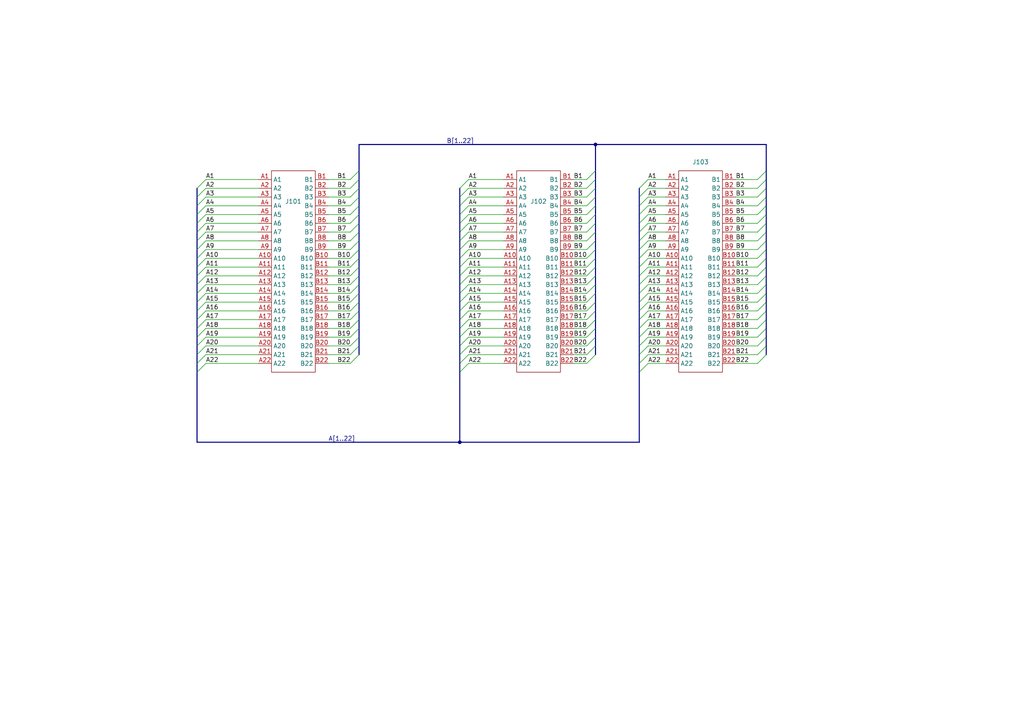
<source format=kicad_sch>
(kicad_sch (version 20231120) (generator "eeschema") (generator_version "8.0")
  (paper "A4")
  (lib_symbols
    (symbol "BoardEdgeConnectors:TE-5530843-4"
      (property "Reference" "J" (at -0.254 30.988 0))
      (symbol "TE-5530843-4_0_1"
        (rectangle (start -6.35 29.21) (end 6.35 -29.21))
      )
      (symbol "TE-5530843-4_1_1"
        (pin unspecified line (at -10.16 26.67 0) (length 3.81) (name "A1") (number "A1"))
        (pin unspecified line (at -10.16 3.81 0) (length 3.81) (name "A10") (number "A10"))
        (pin unspecified line (at -10.16 1.27 0) (length 3.81) (name "A11") (number "A11"))
        (pin unspecified line (at -10.16 -1.27 0) (length 3.81) (name "A12") (number "A12"))
        (pin unspecified line (at -10.16 -3.81 0) (length 3.81) (name "A13") (number "A13"))
        (pin unspecified line (at -10.16 -6.35 0) (length 3.81) (name "A14") (number "A14"))
        (pin unspecified line (at -10.16 -8.89 0) (length 3.81) (name "A15") (number "A15"))
        (pin unspecified line (at -10.16 -11.43 0) (length 3.81) (name "A16") (number "A16"))
        (pin unspecified line (at -10.16 -13.97 0) (length 3.81) (name "A17") (number "A17"))
        (pin unspecified line (at -10.16 -16.51 0) (length 3.81) (name "A18") (number "A18"))
        (pin unspecified line (at -10.16 -19.05 0) (length 3.81) (name "A19") (number "A19"))
        (pin unspecified line (at -10.16 24.13 0) (length 3.81) (name "A2") (number "A2"))
        (pin unspecified line (at -10.16 -21.59 0) (length 3.81) (name "A20") (number "A20"))
        (pin unspecified line (at -10.16 -24.13 0) (length 3.81) (name "A21") (number "A21"))
        (pin unspecified line (at -10.16 -26.67 0) (length 3.81) (name "A22") (number "A22"))
        (pin unspecified line (at -10.16 21.59 0) (length 3.81) (name "A3") (number "A3"))
        (pin unspecified line (at -10.16 19.05 0) (length 3.81) (name "A4") (number "A4"))
        (pin unspecified line (at -10.16 16.51 0) (length 3.81) (name "A5") (number "A5"))
        (pin unspecified line (at -10.16 13.97 0) (length 3.81) (name "A6") (number "A6"))
        (pin unspecified line (at -10.16 11.43 0) (length 3.81) (name "A7") (number "A7"))
        (pin unspecified line (at -10.16 8.89 0) (length 3.81) (name "A8") (number "A8"))
        (pin unspecified line (at -10.16 6.35 0) (length 3.81) (name "A9") (number "A9"))
        (pin unspecified line (at 10.16 26.67 180) (length 3.81) (name "B1") (number "B1"))
        (pin unspecified line (at 10.16 3.81 180) (length 3.81) (name "B10") (number "B10"))
        (pin unspecified line (at 10.16 1.27 180) (length 3.81) (name "B11") (number "B11"))
        (pin unspecified line (at 10.16 -1.27 180) (length 3.81) (name "B12") (number "B12"))
        (pin unspecified line (at 10.16 -3.81 180) (length 3.81) (name "B13") (number "B13"))
        (pin unspecified line (at 10.16 -6.35 180) (length 3.81) (name "B14") (number "B14"))
        (pin unspecified line (at 10.16 -8.89 180) (length 3.81) (name "B15") (number "B15"))
        (pin unspecified line (at 10.16 -11.43 180) (length 3.81) (name "B16") (number "B16"))
        (pin unspecified line (at 10.16 -13.97 180) (length 3.81) (name "B17") (number "B17"))
        (pin unspecified line (at 10.16 -16.51 180) (length 3.81) (name "B18") (number "B18"))
        (pin unspecified line (at 10.16 -19.05 180) (length 3.81) (name "B19") (number "B19"))
        (pin unspecified line (at 10.16 24.13 180) (length 3.81) (name "B2") (number "B2"))
        (pin unspecified line (at 10.16 -21.59 180) (length 3.81) (name "B20") (number "B20"))
        (pin unspecified line (at 10.16 -24.13 180) (length 3.81) (name "B21") (number "B21"))
        (pin unspecified line (at 10.16 -26.67 180) (length 3.81) (name "B22") (number "B22"))
        (pin unspecified line (at 10.16 21.59 180) (length 3.81) (name "B3") (number "B3"))
        (pin unspecified line (at 10.16 19.05 180) (length 3.81) (name "B4") (number "B4"))
        (pin unspecified line (at 10.16 16.51 180) (length 3.81) (name "B5") (number "B5"))
        (pin unspecified line (at 10.16 13.97 180) (length 3.81) (name "B6") (number "B6"))
        (pin unspecified line (at 10.16 11.43 180) (length 3.81) (name "B7") (number "B7"))
        (pin unspecified line (at 10.16 8.89 180) (length 3.81) (name "B8") (number "B8"))
        (pin unspecified line (at 10.16 6.35 180) (length 3.81) (name "B9") (number "B9"))
      )
    )
  )
  (junction (at 133.35 128.27))
  (junction (at 172.72 41.91))
  (bus_entry (at 104.14 59.69) (size -2.54 2.54))
  (bus_entry (at 185.42 85.09) (size 2.54 -2.54))
  (bus_entry (at 185.42 92.71) (size 2.54 -2.54))
  (bus_entry (at 172.72 62.23) (size -2.54 2.54))
  (bus_entry (at 104.14 49.53) (size -2.54 2.54))
  (bus_entry (at 57.15 85.09) (size 2.54 -2.54))
  (bus_entry (at 185.42 82.55) (size 2.54 -2.54))
  (bus_entry (at 222.25 87.63) (size -2.54 2.54))
  (bus_entry (at 133.35 102.87) (size 2.54 -2.54))
  (bus_entry (at 57.15 77.47) (size 2.54 -2.54))
  (bus_entry (at 57.15 92.71) (size 2.54 -2.54))
  (bus_entry (at 104.14 64.77) (size -2.54 2.54))
  (bus_entry (at 185.42 80.01) (size 2.54 -2.54))
  (bus_entry (at 133.35 100.33) (size 2.54 -2.54))
  (bus_entry (at 222.25 64.77) (size -2.54 2.54))
  (bus_entry (at 172.72 69.85) (size -2.54 2.54))
  (bus_entry (at 104.14 57.15) (size -2.54 2.54))
  (bus_entry (at 104.14 87.63) (size -2.54 2.54))
  (bus_entry (at 172.72 102.87) (size -2.54 2.54))
  (bus_entry (at 172.72 54.61) (size -2.54 2.54))
  (bus_entry (at 222.25 85.09) (size -2.54 2.54))
  (bus_entry (at 185.42 74.93) (size 2.54 -2.54))
  (bus_entry (at 133.35 67.31) (size 2.54 -2.54))
  (bus_entry (at 172.72 52.07) (size -2.54 2.54))
  (bus_entry (at 172.72 67.31) (size -2.54 2.54))
  (bus_entry (at 185.42 107.95) (size 2.54 -2.54))
  (bus_entry (at 222.25 80.01) (size -2.54 2.54))
  (bus_entry (at 104.14 67.31) (size -2.54 2.54))
  (bus_entry (at 185.42 72.39) (size 2.54 -2.54))
  (bus_entry (at 104.14 77.47) (size -2.54 2.54))
  (bus_entry (at 104.14 80.01) (size -2.54 2.54))
  (bus_entry (at 133.35 59.69) (size 2.54 -2.54))
  (bus_entry (at 133.35 77.47) (size 2.54 -2.54))
  (bus_entry (at 57.15 64.77) (size 2.54 -2.54))
  (bus_entry (at 172.72 97.79) (size -2.54 2.54))
  (bus_entry (at 222.25 97.79) (size -2.54 2.54))
  (bus_entry (at 133.35 69.85) (size 2.54 -2.54))
  (bus_entry (at 133.35 82.55) (size 2.54 -2.54))
  (bus_entry (at 185.42 102.87) (size 2.54 -2.54))
  (bus_entry (at 222.25 90.17) (size -2.54 2.54))
  (bus_entry (at 185.42 77.47) (size 2.54 -2.54))
  (bus_entry (at 57.15 80.01) (size 2.54 -2.54))
  (bus_entry (at 222.25 54.61) (size -2.54 2.54))
  (bus_entry (at 57.15 95.25) (size 2.54 -2.54))
  (bus_entry (at 133.35 90.17) (size 2.54 -2.54))
  (bus_entry (at 104.14 69.85) (size -2.54 2.54))
  (bus_entry (at 172.72 64.77) (size -2.54 2.54))
  (bus_entry (at 222.25 49.53) (size -2.54 2.54))
  (bus_entry (at 133.35 105.41) (size 2.54 -2.54))
  (bus_entry (at 172.72 87.63) (size -2.54 2.54))
  (bus_entry (at 185.42 67.31) (size 2.54 -2.54))
  (bus_entry (at 104.14 74.93) (size -2.54 2.54))
  (bus_entry (at 172.72 80.01) (size -2.54 2.54))
  (bus_entry (at 133.35 74.93) (size 2.54 -2.54))
  (bus_entry (at 185.42 100.33) (size 2.54 -2.54))
  (bus_entry (at 57.15 107.95) (size 2.54 -2.54))
  (bus_entry (at 222.25 72.39) (size -2.54 2.54))
  (bus_entry (at 185.42 105.41) (size 2.54 -2.54))
  (bus_entry (at 185.42 59.69) (size 2.54 -2.54))
  (bus_entry (at 185.42 64.77) (size 2.54 -2.54))
  (bus_entry (at 104.14 95.25) (size -2.54 2.54))
  (bus_entry (at 57.15 87.63) (size 2.54 -2.54))
  (bus_entry (at 104.14 92.71) (size -2.54 2.54))
  (bus_entry (at 222.25 67.31) (size -2.54 2.54))
  (bus_entry (at 104.14 72.39) (size -2.54 2.54))
  (bus_entry (at 104.14 102.87) (size -2.54 2.54))
  (bus_entry (at 172.72 72.39) (size -2.54 2.54))
  (bus_entry (at 185.42 57.15) (size 2.54 -2.54))
  (bus_entry (at 172.72 74.93) (size -2.54 2.54))
  (bus_entry (at 57.15 100.33) (size 2.54 -2.54))
  (bus_entry (at 172.72 85.09) (size -2.54 2.54))
  (bus_entry (at 133.35 72.39) (size 2.54 -2.54))
  (bus_entry (at 133.35 64.77) (size 2.54 -2.54))
  (bus_entry (at 172.72 90.17) (size -2.54 2.54))
  (bus_entry (at 104.14 85.09) (size -2.54 2.54))
  (bus_entry (at 185.42 69.85) (size 2.54 -2.54))
  (bus_entry (at 133.35 107.95) (size 2.54 -2.54))
  (bus_entry (at 104.14 82.55) (size -2.54 2.54))
  (bus_entry (at 172.72 49.53) (size -2.54 2.54))
  (bus_entry (at 57.15 102.87) (size 2.54 -2.54))
  (bus_entry (at 57.15 90.17) (size 2.54 -2.54))
  (bus_entry (at 222.25 62.23) (size -2.54 2.54))
  (bus_entry (at 57.15 72.39) (size 2.54 -2.54))
  (bus_entry (at 222.25 52.07) (size -2.54 2.54))
  (bus_entry (at 185.42 95.25) (size 2.54 -2.54))
  (bus_entry (at 104.14 90.17) (size -2.54 2.54))
  (bus_entry (at 104.14 97.79) (size -2.54 2.54))
  (bus_entry (at 222.25 100.33) (size -2.54 2.54))
  (bus_entry (at 222.25 69.85) (size -2.54 2.54))
  (bus_entry (at 222.25 74.93) (size -2.54 2.54))
  (bus_entry (at 104.14 52.07) (size -2.54 2.54))
  (bus_entry (at 222.25 82.55) (size -2.54 2.54))
  (bus_entry (at 133.35 95.25) (size 2.54 -2.54))
  (bus_entry (at 104.14 54.61) (size -2.54 2.54))
  (bus_entry (at 104.14 100.33) (size -2.54 2.54))
  (bus_entry (at 172.72 92.71) (size -2.54 2.54))
  (bus_entry (at 133.35 92.71) (size 2.54 -2.54))
  (bus_entry (at 172.72 57.15) (size -2.54 2.54))
  (bus_entry (at 133.35 54.61) (size 2.54 -2.54))
  (bus_entry (at 185.42 90.17) (size 2.54 -2.54))
  (bus_entry (at 57.15 59.69) (size 2.54 -2.54))
  (bus_entry (at 57.15 105.41) (size 2.54 -2.54))
  (bus_entry (at 57.15 69.85) (size 2.54 -2.54))
  (bus_entry (at 185.42 97.79) (size 2.54 -2.54))
  (bus_entry (at 222.25 57.15) (size -2.54 2.54))
  (bus_entry (at 222.25 95.25) (size -2.54 2.54))
  (bus_entry (at 57.15 67.31) (size 2.54 -2.54))
  (bus_entry (at 57.15 82.55) (size 2.54 -2.54))
  (bus_entry (at 57.15 62.23) (size 2.54 -2.54))
  (bus_entry (at 222.25 77.47) (size -2.54 2.54))
  (bus_entry (at 133.35 97.79) (size 2.54 -2.54))
  (bus_entry (at 133.35 57.15) (size 2.54 -2.54))
  (bus_entry (at 133.35 62.23) (size 2.54 -2.54))
  (bus_entry (at 133.35 80.01) (size 2.54 -2.54))
  (bus_entry (at 222.25 102.87) (size -2.54 2.54))
  (bus_entry (at 172.72 100.33) (size -2.54 2.54))
  (bus_entry (at 222.25 59.69) (size -2.54 2.54))
  (bus_entry (at 57.15 97.79) (size 2.54 -2.54))
  (bus_entry (at 57.15 54.61) (size 2.54 -2.54))
  (bus_entry (at 222.25 92.71) (size -2.54 2.54))
  (bus_entry (at 104.14 62.23) (size -2.54 2.54))
  (bus_entry (at 172.72 95.25) (size -2.54 2.54))
  (bus_entry (at 57.15 57.15) (size 2.54 -2.54))
  (bus_entry (at 172.72 77.47) (size -2.54 2.54))
  (bus_entry (at 172.72 59.69) (size -2.54 2.54))
  (bus_entry (at 185.42 54.61) (size 2.54 -2.54))
  (bus_entry (at 133.35 87.63) (size 2.54 -2.54))
  (bus_entry (at 185.42 62.23) (size 2.54 -2.54))
  (bus_entry (at 185.42 87.63) (size 2.54 -2.54))
  (bus_entry (at 57.15 74.93) (size 2.54 -2.54))
  (bus_entry (at 172.72 82.55) (size -2.54 2.54))
  (bus_entry (at 133.35 85.09) (size 2.54 -2.54))
  (wire (pts (xy 95.25 54.61) (xy 101.6 54.61)))
  (wire (pts (xy 135.89 95.25) (xy 146.05 95.25)))
  (bus (pts (xy 172.72 74.93) (xy 172.72 77.47)))
  (bus (pts (xy 222.25 85.09) (xy 222.25 87.63)))
  (wire (pts (xy 59.69 74.93) (xy 74.93 74.93)))
  (wire (pts (xy 213.36 59.69) (xy 219.71 59.69)))
  (bus (pts (xy 133.35 90.17) (xy 133.35 92.71)))
  (bus (pts (xy 133.35 59.69) (xy 133.35 62.23)))
  (bus (pts (xy 172.72 62.23) (xy 172.72 64.77)))
  (wire (pts (xy 95.25 92.71) (xy 101.6 92.71)))
  (wire (pts (xy 166.37 77.47) (xy 170.18 77.47)))
  (bus (pts (xy 104.14 100.33) (xy 104.14 97.79)))
  (wire (pts (xy 59.69 102.87) (xy 74.93 102.87)))
  (wire (pts (xy 59.69 72.39) (xy 74.93 72.39)))
  (wire (pts (xy 95.25 82.55) (xy 101.6 82.55)))
  (bus (pts (xy 57.15 74.93) (xy 57.15 77.47)))
  (wire (pts (xy 187.96 72.39) (xy 193.04 72.39)))
  (bus (pts (xy 185.42 85.09) (xy 185.42 87.63)))
  (wire (pts (xy 213.36 95.25) (xy 219.71 95.25)))
  (wire (pts (xy 213.36 67.31) (xy 219.71 67.31)))
  (bus (pts (xy 172.72 69.85) (xy 172.72 72.39)))
  (wire (pts (xy 187.96 80.01) (xy 193.04 80.01)))
  (wire (pts (xy 166.37 82.55) (xy 170.18 82.55)))
  (bus (pts (xy 185.42 62.23) (xy 185.42 64.77)))
  (bus (pts (xy 185.42 69.85) (xy 185.42 72.39)))
  (bus (pts (xy 133.35 77.47) (xy 133.35 80.01)))
  (bus (pts (xy 172.72 59.69) (xy 172.72 62.23)))
  (bus (pts (xy 133.35 57.15) (xy 133.35 59.69)))
  (wire (pts (xy 166.37 62.23) (xy 170.18 62.23)))
  (wire (pts (xy 213.36 97.79) (xy 219.71 97.79)))
  (wire (pts (xy 213.36 52.07) (xy 219.71 52.07)))
  (wire (pts (xy 166.37 54.61) (xy 170.18 54.61)))
  (wire (pts (xy 135.89 67.31) (xy 146.05 67.31)))
  (bus (pts (xy 57.15 59.69) (xy 57.15 62.23)))
  (bus (pts (xy 57.15 128.27) (xy 133.35 128.27)))
  (wire (pts (xy 187.96 105.41) (xy 193.04 105.41)))
  (wire (pts (xy 166.37 69.85) (xy 170.18 69.85)))
  (bus (pts (xy 104.14 72.39) (xy 104.14 69.85)))
  (bus (pts (xy 104.14 57.15) (xy 104.14 54.61)))
  (bus (pts (xy 133.35 64.77) (xy 133.35 67.31)))
  (bus (pts (xy 57.15 90.17) (xy 57.15 92.71)))
  (wire (pts (xy 187.96 59.69) (xy 193.04 59.69)))
  (wire (pts (xy 59.69 82.55) (xy 74.93 82.55)))
  (bus (pts (xy 172.72 85.09) (xy 172.72 87.63)))
  (wire (pts (xy 187.96 57.15) (xy 193.04 57.15)))
  (wire (pts (xy 166.37 90.17) (xy 170.18 90.17)))
  (wire (pts (xy 95.25 62.23) (xy 101.6 62.23)))
  (bus (pts (xy 172.72 92.71) (xy 172.72 95.25)))
  (wire (pts (xy 187.96 74.93) (xy 193.04 74.93)))
  (bus (pts (xy 185.42 74.93) (xy 185.42 77.47)))
  (wire (pts (xy 135.89 74.93) (xy 146.05 74.93)))
  (bus (pts (xy 57.15 97.79) (xy 57.15 100.33)))
  (wire (pts (xy 95.25 72.39) (xy 101.6 72.39)))
  (bus (pts (xy 222.25 69.85) (xy 222.25 72.39)))
  (wire (pts (xy 187.96 90.17) (xy 193.04 90.17)))
  (bus (pts (xy 172.72 97.79) (xy 172.72 100.33)))
  (wire (pts (xy 166.37 52.07) (xy 170.18 52.07)))
  (bus (pts (xy 104.14 62.23) (xy 104.14 59.69)))
  (bus (pts (xy 57.15 85.09) (xy 57.15 87.63)))
  (bus (pts (xy 104.14 49.53) (xy 104.14 41.91)))
  (bus (pts (xy 222.25 74.93) (xy 222.25 77.47)))
  (wire (pts (xy 213.36 80.01) (xy 219.71 80.01)))
  (bus (pts (xy 222.25 49.53) (xy 222.25 52.07)))
  (wire (pts (xy 166.37 74.93) (xy 170.18 74.93)))
  (bus (pts (xy 172.72 90.17) (xy 172.72 92.71)))
  (bus (pts (xy 133.35 105.41) (xy 133.35 107.95)))
  (bus (pts (xy 57.15 62.23) (xy 57.15 64.77)))
  (bus (pts (xy 222.25 59.69) (xy 222.25 62.23)))
  (wire (pts (xy 135.89 77.47) (xy 146.05 77.47)))
  (wire (pts (xy 166.37 105.41) (xy 170.18 105.41)))
  (bus (pts (xy 133.35 100.33) (xy 133.35 102.87)))
  (bus (pts (xy 104.14 69.85) (xy 104.14 67.31)))
  (wire (pts (xy 59.69 69.85) (xy 74.93 69.85)))
  (bus (pts (xy 133.35 92.71) (xy 133.35 95.25)))
  (wire (pts (xy 135.89 85.09) (xy 146.05 85.09)))
  (bus (pts (xy 57.15 107.95) (xy 57.15 128.27)))
  (wire (pts (xy 135.89 62.23) (xy 146.05 62.23)))
  (wire (pts (xy 135.89 105.41) (xy 146.05 105.41)))
  (bus (pts (xy 104.14 77.47) (xy 104.14 74.93)))
  (bus (pts (xy 172.72 52.07) (xy 172.72 54.61)))
  (bus (pts (xy 57.15 92.71) (xy 57.15 95.25)))
  (wire (pts (xy 95.25 80.01) (xy 101.6 80.01)))
  (bus (pts (xy 133.35 74.93) (xy 133.35 77.47)))
  (bus (pts (xy 172.72 87.63) (xy 172.72 90.17)))
  (wire (pts (xy 59.69 97.79) (xy 74.93 97.79)))
  (bus (pts (xy 133.35 69.85) (xy 133.35 72.39)))
  (wire (pts (xy 95.25 69.85) (xy 101.6 69.85)))
  (bus (pts (xy 222.25 82.55) (xy 222.25 85.09)))
  (wire (pts (xy 187.96 100.33) (xy 193.04 100.33)))
  (bus (pts (xy 104.14 59.69) (xy 104.14 57.15)))
  (wire (pts (xy 213.36 62.23) (xy 219.71 62.23)))
  (bus (pts (xy 172.72 54.61) (xy 172.72 57.15)))
  (bus (pts (xy 104.14 52.07) (xy 104.14 49.53)))
  (bus (pts (xy 185.42 97.79) (xy 185.42 100.33)))
  (wire (pts (xy 187.96 64.77) (xy 193.04 64.77)))
  (bus (pts (xy 172.72 41.91) (xy 172.72 49.53)))
  (bus (pts (xy 133.35 67.31) (xy 133.35 69.85)))
  (bus (pts (xy 104.14 74.93) (xy 104.14 72.39)))
  (bus (pts (xy 57.15 82.55) (xy 57.15 85.09)))
  (bus (pts (xy 57.15 64.77) (xy 57.15 67.31)))
  (bus (pts (xy 185.42 77.47) (xy 185.42 80.01)))
  (wire (pts (xy 166.37 87.63) (xy 170.18 87.63)))
  (bus (pts (xy 133.35 107.95) (xy 133.35 128.27)))
  (wire (pts (xy 213.36 77.47) (xy 219.71 77.47)))
  (wire (pts (xy 59.69 59.69) (xy 74.93 59.69)))
  (bus (pts (xy 185.42 87.63) (xy 185.42 90.17)))
  (wire (pts (xy 95.25 77.47) (xy 101.6 77.47)))
  (bus (pts (xy 57.15 67.31) (xy 57.15 69.85)))
  (bus (pts (xy 104.14 95.25) (xy 104.14 92.71)))
  (wire (pts (xy 213.36 57.15) (xy 219.71 57.15)))
  (wire (pts (xy 59.69 90.17) (xy 74.93 90.17)))
  (bus (pts (xy 57.15 77.47) (xy 57.15 80.01)))
  (wire (pts (xy 59.69 77.47) (xy 74.93 77.47)))
  (bus (pts (xy 133.35 80.01) (xy 133.35 82.55)))
  (bus (pts (xy 104.14 41.91) (xy 172.72 41.91)))
  (bus (pts (xy 57.15 100.33) (xy 57.15 102.87)))
  (bus (pts (xy 133.35 62.23) (xy 133.35 64.77)))
  (wire (pts (xy 59.69 64.77) (xy 74.93 64.77)))
  (bus (pts (xy 185.42 59.69) (xy 185.42 62.23)))
  (bus (pts (xy 104.14 54.61) (xy 104.14 52.07)))
  (wire (pts (xy 213.36 82.55) (xy 219.71 82.55)))
  (wire (pts (xy 166.37 64.77) (xy 170.18 64.77)))
  (bus (pts (xy 172.72 64.77) (xy 172.72 67.31)))
  (bus (pts (xy 133.35 102.87) (xy 133.35 105.41)))
  (wire (pts (xy 59.69 62.23) (xy 74.93 62.23)))
  (bus (pts (xy 57.15 105.41) (xy 57.15 107.95)))
  (wire (pts (xy 95.25 100.33) (xy 101.6 100.33)))
  (wire (pts (xy 59.69 92.71) (xy 74.93 92.71)))
  (bus (pts (xy 57.15 72.39) (xy 57.15 74.93)))
  (bus (pts (xy 172.72 82.55) (xy 172.72 85.09)))
  (bus (pts (xy 104.14 64.77) (xy 104.14 62.23)))
  (wire (pts (xy 187.96 54.61) (xy 193.04 54.61)))
  (wire (pts (xy 213.36 74.93) (xy 219.71 74.93)))
  (wire (pts (xy 166.37 72.39) (xy 170.18 72.39)))
  (wire (pts (xy 135.89 59.69) (xy 146.05 59.69)))
  (bus (pts (xy 172.72 95.25) (xy 172.72 97.79)))
  (wire (pts (xy 59.69 95.25) (xy 74.93 95.25)))
  (wire (pts (xy 95.25 67.31) (xy 101.6 67.31)))
  (wire (pts (xy 59.69 105.41) (xy 74.93 105.41)))
  (wire (pts (xy 95.25 52.07) (xy 101.6 52.07)))
  (wire (pts (xy 95.25 95.25) (xy 101.6 95.25)))
  (bus (pts (xy 104.14 85.09) (xy 104.14 82.55)))
  (wire (pts (xy 187.96 92.71) (xy 193.04 92.71)))
  (bus (pts (xy 57.15 57.15) (xy 57.15 59.69)))
  (bus (pts (xy 222.25 54.61) (xy 222.25 57.15)))
  (wire (pts (xy 213.36 105.41) (xy 219.71 105.41)))
  (bus (pts (xy 57.15 95.25) (xy 57.15 97.79)))
  (bus (pts (xy 222.25 64.77) (xy 222.25 67.31)))
  (wire (pts (xy 95.25 87.63) (xy 101.6 87.63)))
  (wire (pts (xy 187.96 77.47) (xy 193.04 77.47)))
  (bus (pts (xy 185.42 92.71) (xy 185.42 95.25)))
  (wire (pts (xy 166.37 97.79) (xy 170.18 97.79)))
  (bus (pts (xy 222.25 41.91) (xy 222.25 49.53)))
  (bus (pts (xy 222.25 80.01) (xy 222.25 82.55)))
  (wire (pts (xy 95.25 59.69) (xy 101.6 59.69)))
  (wire (pts (xy 213.36 87.63) (xy 219.71 87.63)))
  (bus (pts (xy 57.15 102.87) (xy 57.15 105.41)))
  (wire (pts (xy 59.69 54.61) (xy 74.93 54.61)))
  (wire (pts (xy 135.89 97.79) (xy 146.05 97.79)))
  (bus (pts (xy 133.35 128.27) (xy 185.42 128.27)))
  (bus (pts (xy 222.25 87.63) (xy 222.25 90.17)))
  (wire (pts (xy 187.96 95.25) (xy 193.04 95.25)))
  (bus (pts (xy 104.14 102.87) (xy 104.14 100.33)))
  (wire (pts (xy 135.89 80.01) (xy 146.05 80.01)))
  (bus (pts (xy 133.35 97.79) (xy 133.35 100.33)))
  (bus (pts (xy 222.25 52.07) (xy 222.25 54.61)))
  (wire (pts (xy 59.69 80.01) (xy 74.93 80.01)))
  (wire (pts (xy 187.96 67.31) (xy 193.04 67.31)))
  (bus (pts (xy 185.42 95.25) (xy 185.42 97.79)))
  (bus (pts (xy 185.42 90.17) (xy 185.42 92.71)))
  (wire (pts (xy 135.89 87.63) (xy 146.05 87.63)))
  (wire (pts (xy 135.89 52.07) (xy 146.05 52.07)))
  (bus (pts (xy 185.42 100.33) (xy 185.42 102.87)))
  (bus (pts (xy 222.25 62.23) (xy 222.25 64.77)))
  (wire (pts (xy 187.96 69.85) (xy 193.04 69.85)))
  (wire (pts (xy 166.37 59.69) (xy 170.18 59.69)))
  (wire (pts (xy 59.69 87.63) (xy 74.93 87.63)))
  (bus (pts (xy 185.42 54.61) (xy 185.42 57.15)))
  (bus (pts (xy 133.35 95.25) (xy 133.35 97.79)))
  (wire (pts (xy 213.36 85.09) (xy 219.71 85.09)))
  (wire (pts (xy 95.25 102.87) (xy 101.6 102.87)))
  (wire (pts (xy 95.25 74.93) (xy 101.6 74.93)))
  (bus (pts (xy 104.14 90.17) (xy 104.14 87.63)))
  (wire (pts (xy 166.37 102.87) (xy 170.18 102.87)))
  (wire (pts (xy 213.36 54.61) (xy 219.71 54.61)))
  (wire (pts (xy 166.37 67.31) (xy 170.18 67.31)))
  (bus (pts (xy 104.14 67.31) (xy 104.14 64.77)))
  (wire (pts (xy 166.37 80.01) (xy 170.18 80.01)))
  (wire (pts (xy 166.37 85.09) (xy 170.18 85.09)))
  (bus (pts (xy 104.14 80.01) (xy 104.14 77.47)))
  (bus (pts (xy 222.25 72.39) (xy 222.25 74.93)))
  (bus (pts (xy 172.72 49.53) (xy 172.72 52.07)))
  (bus (pts (xy 185.42 64.77) (xy 185.42 67.31)))
  (wire (pts (xy 135.89 57.15) (xy 146.05 57.15)))
  (wire (pts (xy 95.25 105.41) (xy 101.6 105.41)))
  (bus (pts (xy 222.25 92.71) (xy 222.25 95.25)))
  (wire (pts (xy 187.96 62.23) (xy 193.04 62.23)))
  (wire (pts (xy 135.89 64.77) (xy 146.05 64.77)))
  (wire (pts (xy 166.37 95.25) (xy 170.18 95.25)))
  (bus (pts (xy 222.25 97.79) (xy 222.25 100.33)))
  (bus (pts (xy 172.72 77.47) (xy 172.72 80.01)))
  (bus (pts (xy 172.72 67.31) (xy 172.72 69.85)))
  (wire (pts (xy 187.96 87.63) (xy 193.04 87.63)))
  (wire (pts (xy 213.36 69.85) (xy 219.71 69.85)))
  (bus (pts (xy 104.14 82.55) (xy 104.14 80.01)))
  (wire (pts (xy 135.89 90.17) (xy 146.05 90.17)))
  (wire (pts (xy 166.37 100.33) (xy 170.18 100.33)))
  (bus (pts (xy 172.72 72.39) (xy 172.72 74.93)))
  (bus (pts (xy 104.14 97.79) (xy 104.14 95.25)))
  (wire (pts (xy 213.36 64.77) (xy 219.71 64.77)))
  (wire (pts (xy 135.89 92.71) (xy 146.05 92.71)))
  (wire (pts (xy 213.36 90.17) (xy 219.71 90.17)))
  (bus (pts (xy 185.42 80.01) (xy 185.42 82.55)))
  (wire (pts (xy 95.25 85.09) (xy 101.6 85.09)))
  (wire (pts (xy 213.36 100.33) (xy 219.71 100.33)))
  (wire (pts (xy 135.89 102.87) (xy 146.05 102.87)))
  (bus (pts (xy 57.15 69.85) (xy 57.15 72.39)))
  (bus (pts (xy 222.25 77.47) (xy 222.25 80.01)))
  (bus (pts (xy 222.25 100.33) (xy 222.25 102.87)))
  (bus (pts (xy 222.25 90.17) (xy 222.25 92.71)))
  (bus (pts (xy 172.72 100.33) (xy 172.72 102.87)))
  (bus (pts (xy 57.15 54.61) (xy 57.15 57.15)))
  (bus (pts (xy 172.72 41.91) (xy 222.25 41.91)))
  (wire (pts (xy 59.69 52.07) (xy 74.93 52.07)))
  (wire (pts (xy 213.36 102.87) (xy 219.71 102.87)))
  (wire (pts (xy 166.37 92.71) (xy 170.18 92.71)))
  (bus (pts (xy 172.72 80.01) (xy 172.72 82.55)))
  (wire (pts (xy 187.96 52.07) (xy 193.04 52.07)))
  (wire (pts (xy 59.69 57.15) (xy 74.93 57.15)))
  (bus (pts (xy 57.15 80.01) (xy 57.15 82.55)))
  (wire (pts (xy 95.25 97.79) (xy 101.6 97.79)))
  (bus (pts (xy 104.14 92.71) (xy 104.14 90.17)))
  (bus (pts (xy 185.42 67.31) (xy 185.42 69.85)))
  (wire (pts (xy 135.89 54.61) (xy 146.05 54.61)))
  (wire (pts (xy 135.89 100.33) (xy 146.05 100.33)))
  (bus (pts (xy 133.35 87.63) (xy 133.35 90.17)))
  (bus (pts (xy 185.42 82.55) (xy 185.42 85.09)))
  (bus (pts (xy 104.14 87.63) (xy 104.14 85.09)))
  (bus (pts (xy 185.42 72.39) (xy 185.42 74.93)))
  (bus (pts (xy 57.15 87.63) (xy 57.15 90.17)))
  (wire (pts (xy 135.89 72.39) (xy 146.05 72.39)))
  (bus (pts (xy 222.25 95.25) (xy 222.25 97.79)))
  (bus (pts (xy 185.42 107.95) (xy 185.42 128.27)))
  (bus (pts (xy 133.35 54.61) (xy 133.35 57.15)))
  (wire (pts (xy 213.36 72.39) (xy 219.71 72.39)))
  (bus (pts (xy 133.35 85.09) (xy 133.35 87.63)))
  (bus (pts (xy 185.42 57.15) (xy 185.42 59.69)))
  (wire (pts (xy 187.96 102.87) (xy 193.04 102.87)))
  (bus (pts (xy 133.35 82.55) (xy 133.35 85.09)))
  (wire (pts (xy 59.69 100.33) (xy 74.93 100.33)))
  (wire (pts (xy 135.89 82.55) (xy 146.05 82.55)))
  (wire (pts (xy 95.25 57.15) (xy 101.6 57.15)))
  (wire (pts (xy 213.36 92.71) (xy 219.71 92.71)))
  (wire (pts (xy 59.69 67.31) (xy 74.93 67.31)))
  (bus (pts (xy 172.72 57.15) (xy 172.72 59.69)))
  (bus (pts (xy 185.42 105.41) (xy 185.42 107.95)))
  (bus (pts (xy 133.35 72.39) (xy 133.35 74.93)))
  (wire (pts (xy 95.25 90.17) (xy 101.6 90.17)))
  (wire (pts (xy 166.37 57.15) (xy 170.18 57.15)))
  (bus (pts (xy 222.25 67.31) (xy 222.25 69.85)))
  (wire (pts (xy 59.69 85.09) (xy 74.93 85.09)))
  (wire (pts (xy 95.25 64.77) (xy 101.6 64.77)))
  (wire (pts (xy 187.96 97.79) (xy 193.04 97.79)))
  (bus (pts (xy 222.25 57.15) (xy 222.25 59.69)))
  (wire (pts (xy 135.89 69.85) (xy 146.05 69.85)))
  (bus (pts (xy 185.42 102.87) (xy 185.42 105.41)))
  (wire (pts (xy 187.96 85.09) (xy 193.04 85.09)))
  (wire (pts (xy 187.96 82.55) (xy 193.04 82.55)))
  (label "B3" (at 213.36 57.15 0))
  (label "A14" (at 135.89 85.09 0))
  (label "B13" (at 213.36 82.55 0))
  (label "B11" (at 166.37 77.47 0))
  (label "B4" (at 166.37 59.69 0))
  (label "B11" (at 97.79 77.47 0))
  (label "A2" (at 59.69 54.61 0))
  (label "A14" (at 59.69 85.09 0))
  (label "B9" (at 97.79 72.39 0))
  (label "B12" (at 166.37 80.01 0))
  (label "B21" (at 166.37 102.87 0))
  (label "B6" (at 97.79 64.77 0))
  (label "A17" (at 59.69 92.71 0))
  (label "A12" (at 187.96 80.01 0))
  (label "B16" (at 97.79 90.17 0))
  (label "A3" (at 135.89 57.15 0))
  (label "B6" (at 213.36 64.77 0))
  (label "B22" (at 97.79 105.41 0))
  (label "A21" (at 59.69 102.87 0))
  (label "A12" (at 59.69 80.01 0))
  (label "A11" (at 187.96 77.47 0))
  (label "B6" (at 166.37 64.77 0))
  (label "B5" (at 166.37 62.23 0))
  (label "B2" (at 97.79 54.61 0))
  (label "B7" (at 213.36 67.31 0))
  (label "B[1..22]" (at 129.54 41.91 0))
  (label "A16" (at 59.69 90.17 0))
  (label "A3" (at 187.96 57.15 0))
  (label "A15" (at 59.69 87.63 0))
  (label "B8" (at 166.37 69.85 0))
  (label "A7" (at 59.69 67.31 0))
  (label "B5" (at 97.79 62.23 0))
  (label "A18" (at 187.96 95.25 0))
  (label "A20" (at 59.69 100.33 0))
  (label "B3" (at 97.79 57.15 0))
  (label "B14" (at 213.36 85.09 0))
  (label "B16" (at 166.37 90.17 0))
  (label "B17" (at 213.36 92.71 0))
  (label "A13" (at 135.89 82.55 0))
  (label "A16" (at 187.96 90.17 0))
  (label "B10" (at 213.36 74.93 0))
  (label "B7" (at 166.37 67.31 0))
  (label "B18" (at 97.79 95.25 0))
  (label "B10" (at 166.37 74.93 0))
  (label "B8" (at 213.36 69.85 0))
  (label "B1" (at 97.79 52.07 0))
  (label "B2" (at 166.37 54.61 0))
  (label "B15" (at 213.36 87.63 0))
  (label "B22" (at 213.36 105.41 0))
  (label "B11" (at 213.36 77.47 0))
  (label "A9" (at 59.69 72.39 0))
  (label "B15" (at 97.79 87.63 0))
  (label "A18" (at 135.89 95.25 0))
  (label "A11" (at 135.89 77.47 0))
  (label "B3" (at 166.37 57.15 0))
  (label "A[1..22]" (at 95.25 128.27 0))
  (label "A11" (at 59.69 77.47 0))
  (label "A8" (at 59.69 69.85 0))
  (label "A19" (at 135.89 97.79 0))
  (label "A6" (at 135.89 64.77 0))
  (label "A2" (at 187.96 54.61 0))
  (label "A22" (at 59.69 105.41 0))
  (label "B1" (at 166.37 52.07 0))
  (label "A5" (at 135.89 62.23 0))
  (label "A5" (at 187.96 62.23 0))
  (label "B16" (at 213.36 90.17 0))
  (label "B18" (at 213.36 95.25 0))
  (label "B10" (at 97.79 74.93 0))
  (label "A8" (at 187.96 69.85 0))
  (label "A7" (at 135.89 67.31 0))
  (label "B13" (at 166.37 82.55 0))
  (label "B1" (at 213.36 52.07 0))
  (label "A6" (at 59.69 64.77 0))
  (label "B13" (at 97.79 82.55 0))
  (label "A17" (at 187.96 92.71 0))
  (label "A19" (at 187.96 97.79 0))
  (label "B12" (at 213.36 80.01 0))
  (label "B2" (at 213.36 54.61 0))
  (label "B9" (at 213.36 72.39 0))
  (label "A20" (at 135.89 100.33 0))
  (label "A9" (at 187.96 72.39 0))
  (label "B5" (at 213.36 62.23 0))
  (label "B20" (at 213.36 100.33 0))
  (label "A4" (at 135.89 59.69 0))
  (label "A8" (at 135.89 69.85 0))
  (label "A1" (at 187.96 52.07 0))
  (label "A14" (at 187.96 85.09 0))
  (label "A22" (at 135.89 105.41 0))
  (label "A10" (at 59.69 74.93 0))
  (label "A21" (at 187.96 102.87 0))
  (label "A7" (at 187.96 67.31 0))
  (label "A5" (at 59.69 62.23 0))
  (label "B18" (at 166.37 95.25 0))
  (label "A20" (at 187.96 100.33 0))
  (label "A15" (at 187.96 87.63 0))
  (label "A12" (at 135.89 80.01 0))
  (label "B19" (at 166.37 97.79 0))
  (label "B20" (at 97.79 100.33 0))
  (label "A4" (at 187.96 59.69 0))
  (label "B7" (at 97.79 67.31 0))
  (label "A6" (at 187.96 64.77 0))
  (label "A13" (at 187.96 82.55 0))
  (label "A16" (at 135.89 90.17 0))
  (label "A17" (at 135.89 92.71 0))
  (label "A13" (at 59.69 82.55 0))
  (label "B14" (at 97.79 85.09 0))
  (label "A18" (at 59.69 95.25 0))
  (label "A1" (at 135.89 52.07 0))
  (label "B9" (at 166.37 72.39 0))
  (label "B17" (at 97.79 92.71 0))
  (label "B21" (at 97.79 102.87 0))
  (label "B20" (at 166.37 100.33 0))
  (label "A22" (at 187.96 105.41 0))
  (label "B15" (at 166.37 87.63 0))
  (label "B8" (at 97.79 69.85 0))
  (label "B21" (at 213.36 102.87 0))
  (label "A9" (at 135.89 72.39 0))
  (label "B22" (at 166.37 105.41 0))
  (label "A2" (at 135.89 54.61 0))
  (label "B4" (at 213.36 59.69 0))
  (label "B4" (at 97.79 59.69 0))
  (label "B17" (at 166.37 92.71 0))
  (label "B12" (at 97.79 80.01 0))
  (label "B14" (at 166.37 85.09 0))
  (label "B19" (at 97.79 97.79 0))
  (label "A21" (at 135.89 102.87 0))
  (label "B19" (at 213.36 97.79 0))
  (label "A10" (at 135.89 74.93 0))
  (label "A10" (at 187.96 74.93 0))
  (label "A4" (at 59.69 59.69 0))
  (label "A3" (at 59.69 57.15 0))
  (label "A19" (at 59.69 97.79 0))
  (label "A1" (at 59.69 52.07 0))
  (label "A15" (at 135.89 87.63 0))
  (symbol (lib_id "BoardEdgeConnectors:TE-5530843-4") (at 85.09 78.74 0) (unit 1)
    (property "Reference" "J101" (at 85.09 58.42 0))
    (property "Footprint" "BoardEdgeConnectors:TE-5530843-4-Mount" (effects (hide yes)))
    (property "Datasheet" "https://www.te.com/en/product-5530843-4.html" (effects (hide yes)))
    (property "Description" "44 contact board edge connector" (effects (hide yes)))
  )
  (symbol (lib_id "BoardEdgeConnectors:TE-5530843-4") (at 203.2 78.74 0) (unit 1)
    (property "Reference" "J103" (at 203.2 46.99 0))
    (property "Footprint" "BoardEdgeConnectors:TE-5530843-4-Edge" (effects (hide yes)))
    (property "Datasheet" "https://www.te.com/en/product-5530843-4.html" (effects (hide yes)))
    (property "Description" "44 contact board edge connector" (effects (hide yes)))
  )
  (symbol (lib_id "BoardEdgeConnectors:TE-5530843-4") (at 156.21 78.74 0) (unit 1)
    (property "Reference" "J102" (at 156.21 58.42 0))
    (property "Footprint" "BoardEdgeConnectors:TE-5530843-4-Mount" (effects (hide yes)))
    (property "Datasheet" "https://www.te.com/en/product-5530843-4.html" (effects (hide yes)))
    (property "Description" "44 contact board edge connector" (effects (hide yes)))
  )
)
</source>
